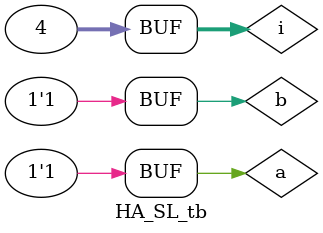
<source format=v>
module HA_SL(S, C, a, b);
    input a, b;
    output S, C;

    xor xor1(S, a, b);
    and and1(C, a, b);

endmodule

module HA_SL_tb;
    reg a,b;
    wire S,C;
    integer i;

    HA_SL inst(S, C, a, b);

    initial begin
        $monitor("A=%0b|B=%0b|S=%0b|C=%0b", a,b,S,C);
        for(i=0;i<4;i=i+1) begin
            {a,b} = i;
            #10;
        end
    end

endmodule


</source>
